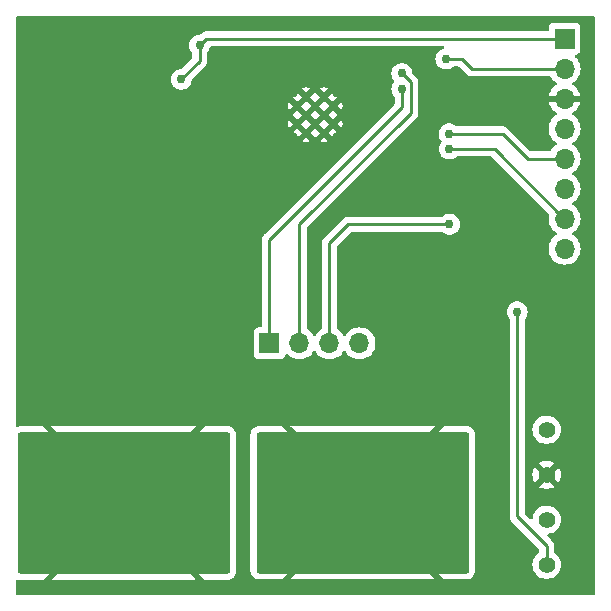
<source format=gbl>
%TF.GenerationSoftware,KiCad,Pcbnew,8.0.0*%
%TF.CreationDate,2024-12-15T14:54:56+05:30*%
%TF.ProjectId,RFID_1,52464944-5f31-42e6-9b69-6361645f7063,rev?*%
%TF.SameCoordinates,Original*%
%TF.FileFunction,Copper,L2,Bot*%
%TF.FilePolarity,Positive*%
%FSLAX46Y46*%
G04 Gerber Fmt 4.6, Leading zero omitted, Abs format (unit mm)*
G04 Created by KiCad (PCBNEW 8.0.0) date 2024-12-15 14:54:56*
%MOMM*%
%LPD*%
G01*
G04 APERTURE LIST*
G04 Aperture macros list*
%AMRoundRect*
0 Rectangle with rounded corners*
0 $1 Rounding radius*
0 $2 $3 $4 $5 $6 $7 $8 $9 X,Y pos of 4 corners*
0 Add a 4 corners polygon primitive as box body*
4,1,4,$2,$3,$4,$5,$6,$7,$8,$9,$2,$3,0*
0 Add four circle primitives for the rounded corners*
1,1,$1+$1,$2,$3*
1,1,$1+$1,$4,$5*
1,1,$1+$1,$6,$7*
1,1,$1+$1,$8,$9*
0 Add four rect primitives between the rounded corners*
20,1,$1+$1,$2,$3,$4,$5,0*
20,1,$1+$1,$4,$5,$6,$7,0*
20,1,$1+$1,$6,$7,$8,$9,0*
20,1,$1+$1,$8,$9,$2,$3,0*%
G04 Aperture macros list end*
%TA.AperFunction,SMDPad,CuDef*%
%ADD10RoundRect,0.250000X8.750000X-5.750000X8.750000X5.750000X-8.750000X5.750000X-8.750000X-5.750000X0*%
%TD*%
%TA.AperFunction,ComponentPad*%
%ADD11C,1.397000*%
%TD*%
%TA.AperFunction,ComponentPad*%
%ADD12R,1.700000X1.700000*%
%TD*%
%TA.AperFunction,ComponentPad*%
%ADD13O,1.700000X1.700000*%
%TD*%
%TA.AperFunction,HeatsinkPad*%
%ADD14C,0.600000*%
%TD*%
%TA.AperFunction,ViaPad*%
%ADD15C,0.762000*%
%TD*%
%TA.AperFunction,Conductor*%
%ADD16C,0.254000*%
%TD*%
G04 APERTURE END LIST*
D10*
%TO.P,J4,1,Pin_1*%
%TO.N,GND*%
X156850000Y-118675000D03*
%TD*%
%TO.P,J5,1,Pin_1*%
%TO.N,GND*%
X136625000Y-118725000D03*
%TD*%
D11*
%TO.P,J3,4,Pin_4*%
%TO.N,Net-(J3-Pin_4)*%
X172421000Y-123944900D03*
%TO.P,J3,3,Pin_3*%
%TO.N,/12V*%
X172421000Y-120134900D03*
%TO.P,J3,2,Pin_2*%
%TO.N,GND*%
X172421000Y-116324900D03*
%TO.P,J3,1,Pin_1*%
%TO.N,/5V*%
X172421000Y-112514900D03*
%TD*%
D12*
%TO.P,J1,1,Pin_1*%
%TO.N,Net-(J1-Pin_1)*%
X148955600Y-105196800D03*
D13*
%TO.P,J1,2,Pin_2*%
%TO.N,Net-(J1-Pin_2)*%
X151495600Y-105196800D03*
%TO.P,J1,3,Pin_3*%
%TO.N,/BOOT*%
X154035600Y-105196800D03*
%TO.P,J1,4,Pin_4*%
%TO.N,/EN*%
X156575600Y-105196800D03*
%TD*%
D14*
%TO.P,U1,39,GND*%
%TO.N,GND*%
X151300200Y-85088900D03*
X151300200Y-86613900D03*
X152062700Y-84326400D03*
X152062700Y-85851400D03*
X152062700Y-87376400D03*
X152825200Y-85088900D03*
X152825200Y-86613900D03*
X153587700Y-84326400D03*
X153587700Y-85851400D03*
X153587700Y-87376400D03*
X154350200Y-85088900D03*
X154350200Y-86613900D03*
%TD*%
D12*
%TO.P,J2,1,Pin_1*%
%TO.N,VDD*%
X173939200Y-79400400D03*
D13*
%TO.P,J2,2,Pin_2*%
%TO.N,/RST*%
X173939200Y-81940400D03*
%TO.P,J2,3,Pin_3*%
%TO.N,GND*%
X173939200Y-84480400D03*
%TO.P,J2,4,Pin_4*%
%TO.N,/NC*%
X173939200Y-87020400D03*
%TO.P,J2,5,Pin_5*%
%TO.N,/MISO*%
X173939200Y-89560400D03*
%TO.P,J2,6,Pin_6*%
%TO.N,/MOSI*%
X173939200Y-92100400D03*
%TO.P,J2,7,Pin_7*%
%TO.N,/SCK*%
X173939200Y-94640400D03*
%TO.P,J2,8,Pin_8*%
%TO.N,/SDA*%
X173939200Y-97180400D03*
%TD*%
D15*
%TO.N,GND*%
X141900000Y-126075000D03*
X133930000Y-117220000D03*
X135200000Y-115950000D03*
X135200000Y-121030000D03*
X152115000Y-118440000D03*
X155925000Y-117170000D03*
X133930000Y-119760000D03*
X153385000Y-114630000D03*
X131390000Y-115950000D03*
X133930000Y-115950000D03*
X135200000Y-114680000D03*
X132660000Y-115950000D03*
X163830000Y-107950000D03*
X163500000Y-78450000D03*
X153385000Y-117170000D03*
X155925000Y-118440000D03*
X154655000Y-115900000D03*
X130120000Y-119760000D03*
X131390000Y-114680000D03*
X130120000Y-114680000D03*
X150845000Y-122250000D03*
X150845000Y-120980000D03*
X150845000Y-115900000D03*
X154655000Y-117170000D03*
X155925000Y-114630000D03*
X155925000Y-119710000D03*
X132660000Y-114680000D03*
X130120000Y-115950000D03*
X153385000Y-118440000D03*
X154655000Y-120980000D03*
X153385000Y-120980000D03*
X154655000Y-114630000D03*
X132660000Y-121030000D03*
X135200000Y-118490000D03*
X154655000Y-118440000D03*
X154655000Y-122250000D03*
X131390000Y-119760000D03*
X128850000Y-119760000D03*
X135200000Y-119760000D03*
X152115000Y-122250000D03*
X128850000Y-114680000D03*
X133930000Y-122300000D03*
X128850000Y-118490000D03*
X128850000Y-122300000D03*
X150845000Y-119710000D03*
X155925000Y-120980000D03*
X128850000Y-121030000D03*
X166370000Y-107950000D03*
X150845000Y-114630000D03*
X135200000Y-122300000D03*
X133930000Y-118490000D03*
X155925000Y-122250000D03*
X128850000Y-117220000D03*
X130120000Y-118490000D03*
X152115000Y-120980000D03*
X143075000Y-78600000D03*
X150845000Y-117170000D03*
X152115000Y-119710000D03*
X133930000Y-121030000D03*
X149575000Y-119710000D03*
X133930000Y-114680000D03*
X149575000Y-122250000D03*
X132660000Y-117220000D03*
X131390000Y-121030000D03*
X132660000Y-122300000D03*
X150845000Y-118440000D03*
X154655000Y-119710000D03*
X130120000Y-122300000D03*
X149575000Y-114630000D03*
X130120000Y-121030000D03*
X149575000Y-120980000D03*
X135200000Y-117220000D03*
X153385000Y-122250000D03*
X171450000Y-84575000D03*
X149575000Y-118440000D03*
X149575000Y-115900000D03*
X152115000Y-117170000D03*
X155925000Y-115900000D03*
X131390000Y-118490000D03*
X153385000Y-115900000D03*
X153385000Y-119710000D03*
X128850000Y-115950000D03*
X132660000Y-118490000D03*
X130120000Y-117220000D03*
X149575000Y-117170000D03*
X152115000Y-115900000D03*
X132660000Y-119760000D03*
X131390000Y-122300000D03*
X131390000Y-117220000D03*
X152115000Y-114630000D03*
%TO.N,VDD*%
X143052800Y-79959200D03*
X141478000Y-82854800D03*
%TO.N,Net-(J1-Pin_2)*%
X160172400Y-82346800D03*
%TO.N,Net-(J1-Pin_1)*%
X160172400Y-83667600D03*
%TO.N,/BOOT*%
X164185600Y-95123000D03*
%TO.N,/SCK*%
X164185600Y-88747600D03*
%TO.N,/MISO*%
X164160200Y-87452200D03*
%TO.N,/RST*%
X163900000Y-81125000D03*
%TO.N,Net-(J3-Pin_4)*%
X169925000Y-102525000D03*
%TD*%
D16*
%TO.N,Net-(J3-Pin_4)*%
X169925000Y-119850000D02*
X172421000Y-122346000D01*
X172421000Y-122346000D02*
X172421000Y-123944900D01*
X169925000Y-102525000D02*
X169925000Y-119850000D01*
%TO.N,GND*%
X171544600Y-84480400D02*
X171450000Y-84575000D01*
X162175000Y-108425000D02*
X161800000Y-108050000D01*
X173939200Y-84480400D02*
X171544600Y-84480400D01*
%TO.N,VDD*%
X173939200Y-79400400D02*
X143611600Y-79400400D01*
X143611600Y-79400400D02*
X143052800Y-79959200D01*
X143052800Y-79959200D02*
X143052800Y-81280000D01*
X143052800Y-81280000D02*
X141478000Y-82854800D01*
%TO.N,Net-(J1-Pin_2)*%
X160934400Y-85665600D02*
X151495600Y-95104400D01*
X160934400Y-83108800D02*
X160934400Y-85665600D01*
X151495600Y-95104400D02*
X151495600Y-105196800D01*
X160172400Y-82346800D02*
X160934400Y-83108800D01*
%TO.N,Net-(J1-Pin_1)*%
X160172400Y-83667600D02*
X160172400Y-85202600D01*
X160172400Y-85202600D02*
X148955600Y-96419400D01*
X148955600Y-96419400D02*
X148955600Y-105196800D01*
%TO.N,/BOOT*%
X164185600Y-95123000D02*
X155602000Y-95123000D01*
X154035600Y-96689400D02*
X154035600Y-105196800D01*
X155602000Y-95123000D02*
X154035600Y-96689400D01*
%TO.N,/SCK*%
X168022600Y-88747600D02*
X173915400Y-94640400D01*
X173915400Y-94640400D02*
X173939200Y-94640400D01*
X164185600Y-88747600D02*
X168022600Y-88747600D01*
%TO.N,/MISO*%
X168702200Y-87452200D02*
X170810400Y-89560400D01*
X164160200Y-87452200D02*
X168702200Y-87452200D01*
X170810400Y-89560400D02*
X173939200Y-89560400D01*
%TO.N,/RST*%
X163900000Y-81125000D02*
X165250000Y-81125000D01*
X166065400Y-81940400D02*
X173939200Y-81940400D01*
X165250000Y-81125000D02*
X166065400Y-81940400D01*
%TD*%
%TA.AperFunction,Conductor*%
%TO.N,GND*%
G36*
X176442439Y-77520285D02*
G01*
X176488194Y-77573089D01*
X176499400Y-77624600D01*
X176499400Y-126375500D01*
X176479715Y-126442539D01*
X176426911Y-126488294D01*
X176375400Y-126499500D01*
X127624500Y-126499500D01*
X127557461Y-126479815D01*
X127511706Y-126427011D01*
X127500500Y-126375500D01*
X127500500Y-125312727D01*
X127520185Y-125245688D01*
X127572989Y-125199933D01*
X127642147Y-125189989D01*
X127663504Y-125195021D01*
X127722302Y-125214505D01*
X127722309Y-125214506D01*
X127825019Y-125224999D01*
X129771446Y-125224999D01*
X129771447Y-125224998D01*
X130478552Y-125224998D01*
X130478553Y-125224999D01*
X142771446Y-125224999D01*
X142771446Y-125224998D01*
X136625000Y-119078553D01*
X130478552Y-125224998D01*
X129771447Y-125224998D01*
X136271445Y-118725000D01*
X136978553Y-118725000D01*
X143478552Y-125224999D01*
X145424972Y-125224999D01*
X145424986Y-125224998D01*
X145527697Y-125214505D01*
X145694119Y-125159358D01*
X145694124Y-125159356D01*
X145843345Y-125067315D01*
X145967315Y-124943345D01*
X146059356Y-124794124D01*
X146059358Y-124794119D01*
X146114505Y-124627697D01*
X146114506Y-124627690D01*
X146124999Y-124524986D01*
X146124999Y-124474971D01*
X147350000Y-124474971D01*
X147350001Y-124474987D01*
X147360494Y-124577697D01*
X147415641Y-124744119D01*
X147415643Y-124744124D01*
X147507684Y-124893345D01*
X147631654Y-125017315D01*
X147780875Y-125109356D01*
X147780880Y-125109358D01*
X147947302Y-125164505D01*
X147947309Y-125164506D01*
X148050019Y-125174999D01*
X149996446Y-125174999D01*
X149996447Y-125174998D01*
X150703552Y-125174998D01*
X150703553Y-125174999D01*
X162996446Y-125174999D01*
X162996446Y-125174998D01*
X156850000Y-119028553D01*
X150703552Y-125174998D01*
X149996447Y-125174998D01*
X156496447Y-118675000D01*
X157203553Y-118675000D01*
X163703552Y-125174999D01*
X165649972Y-125174999D01*
X165649986Y-125174998D01*
X165752697Y-125164505D01*
X165919119Y-125109358D01*
X165919124Y-125109356D01*
X166068345Y-125017315D01*
X166192315Y-124893345D01*
X166284356Y-124744124D01*
X166284358Y-124744119D01*
X166339505Y-124577697D01*
X166339506Y-124577690D01*
X166349999Y-124474986D01*
X166349999Y-112875028D01*
X166349998Y-112875012D01*
X166339505Y-112772302D01*
X166284358Y-112605880D01*
X166284356Y-112605875D01*
X166192315Y-112456654D01*
X166068345Y-112332684D01*
X165919124Y-112240643D01*
X165919119Y-112240641D01*
X165752697Y-112185494D01*
X165752690Y-112185493D01*
X165649986Y-112175000D01*
X163703551Y-112175000D01*
X157203553Y-118674999D01*
X157203553Y-118675000D01*
X156496447Y-118675000D01*
X149996447Y-112175000D01*
X150703552Y-112175000D01*
X156849999Y-118321447D01*
X162996446Y-112175000D01*
X150703552Y-112175000D01*
X149996447Y-112175000D01*
X148050028Y-112175000D01*
X148050012Y-112175001D01*
X147947302Y-112185494D01*
X147780880Y-112240641D01*
X147780875Y-112240643D01*
X147631654Y-112332684D01*
X147507684Y-112456654D01*
X147415643Y-112605875D01*
X147415641Y-112605880D01*
X147360494Y-112772302D01*
X147360493Y-112772309D01*
X147350000Y-112875013D01*
X147350000Y-124474971D01*
X146124999Y-124474971D01*
X146124999Y-112925028D01*
X146124998Y-112925012D01*
X146114505Y-112822302D01*
X146059358Y-112655880D01*
X146059356Y-112655875D01*
X145967315Y-112506654D01*
X145843345Y-112382684D01*
X145694124Y-112290643D01*
X145694119Y-112290641D01*
X145527697Y-112235494D01*
X145527690Y-112235493D01*
X145424986Y-112225000D01*
X143478551Y-112225000D01*
X136978553Y-118724999D01*
X136978553Y-118725000D01*
X136271445Y-118725000D01*
X136271446Y-118724999D01*
X129771447Y-112225000D01*
X130478552Y-112225000D01*
X136624999Y-118371447D01*
X142771446Y-112225000D01*
X130478552Y-112225000D01*
X129771447Y-112225000D01*
X127825028Y-112225000D01*
X127825012Y-112225001D01*
X127722302Y-112235494D01*
X127663504Y-112254978D01*
X127593675Y-112257380D01*
X127533634Y-112221648D01*
X127502441Y-112159127D01*
X127500500Y-112137272D01*
X127500500Y-106094670D01*
X147605100Y-106094670D01*
X147605101Y-106094676D01*
X147611508Y-106154283D01*
X147661802Y-106289128D01*
X147661806Y-106289135D01*
X147748052Y-106404344D01*
X147748055Y-106404347D01*
X147863264Y-106490593D01*
X147863271Y-106490597D01*
X147998117Y-106540891D01*
X147998116Y-106540891D01*
X148005044Y-106541635D01*
X148057727Y-106547300D01*
X149853472Y-106547299D01*
X149913083Y-106540891D01*
X150047931Y-106490596D01*
X150163146Y-106404346D01*
X150249396Y-106289131D01*
X150298410Y-106157716D01*
X150340281Y-106101784D01*
X150405745Y-106077366D01*
X150474018Y-106092217D01*
X150502273Y-106113369D01*
X150624199Y-106235295D01*
X150720984Y-106303065D01*
X150817765Y-106370832D01*
X150817767Y-106370833D01*
X150817770Y-106370835D01*
X151031937Y-106470703D01*
X151260192Y-106531863D01*
X151436634Y-106547300D01*
X151495599Y-106552459D01*
X151495600Y-106552459D01*
X151495601Y-106552459D01*
X151554566Y-106547300D01*
X151731008Y-106531863D01*
X151959263Y-106470703D01*
X152173430Y-106370835D01*
X152367001Y-106235295D01*
X152534095Y-106068201D01*
X152664025Y-105882642D01*
X152718602Y-105839017D01*
X152788100Y-105831823D01*
X152850455Y-105863346D01*
X152867175Y-105882642D01*
X152997100Y-106068195D01*
X152997105Y-106068201D01*
X153164199Y-106235295D01*
X153260984Y-106303065D01*
X153357765Y-106370832D01*
X153357767Y-106370833D01*
X153357770Y-106370835D01*
X153571937Y-106470703D01*
X153800192Y-106531863D01*
X153976634Y-106547300D01*
X154035599Y-106552459D01*
X154035600Y-106552459D01*
X154035601Y-106552459D01*
X154094566Y-106547300D01*
X154271008Y-106531863D01*
X154499263Y-106470703D01*
X154713430Y-106370835D01*
X154907001Y-106235295D01*
X155074095Y-106068201D01*
X155204025Y-105882642D01*
X155258602Y-105839017D01*
X155328100Y-105831823D01*
X155390455Y-105863346D01*
X155407175Y-105882642D01*
X155537100Y-106068195D01*
X155537105Y-106068201D01*
X155704199Y-106235295D01*
X155800984Y-106303065D01*
X155897765Y-106370832D01*
X155897767Y-106370833D01*
X155897770Y-106370835D01*
X156111937Y-106470703D01*
X156340192Y-106531863D01*
X156516634Y-106547300D01*
X156575599Y-106552459D01*
X156575600Y-106552459D01*
X156575601Y-106552459D01*
X156634566Y-106547300D01*
X156811008Y-106531863D01*
X157039263Y-106470703D01*
X157253430Y-106370835D01*
X157447001Y-106235295D01*
X157614095Y-106068201D01*
X157749635Y-105874630D01*
X157849503Y-105660463D01*
X157910663Y-105432208D01*
X157931259Y-105196800D01*
X157910663Y-104961392D01*
X157849503Y-104733137D01*
X157749635Y-104518971D01*
X157744025Y-104510958D01*
X157614094Y-104325397D01*
X157447002Y-104158306D01*
X157446995Y-104158301D01*
X157253434Y-104022767D01*
X157253430Y-104022765D01*
X157253428Y-104022764D01*
X157039263Y-103922897D01*
X157039259Y-103922896D01*
X157039255Y-103922894D01*
X156811013Y-103861738D01*
X156811003Y-103861736D01*
X156575601Y-103841141D01*
X156575599Y-103841141D01*
X156340196Y-103861736D01*
X156340186Y-103861738D01*
X156111944Y-103922894D01*
X156111935Y-103922898D01*
X155897771Y-104022764D01*
X155897769Y-104022765D01*
X155704197Y-104158305D01*
X155537105Y-104325397D01*
X155407175Y-104510958D01*
X155352598Y-104554583D01*
X155283100Y-104561777D01*
X155220745Y-104530254D01*
X155204025Y-104510958D01*
X155074094Y-104325397D01*
X154907002Y-104158306D01*
X154907001Y-104158305D01*
X154715976Y-104024548D01*
X154672352Y-103969971D01*
X154663100Y-103922973D01*
X154663100Y-102525000D01*
X169038644Y-102525000D01*
X169058013Y-102709286D01*
X169058014Y-102709288D01*
X169115274Y-102885514D01*
X169207921Y-103045985D01*
X169265650Y-103110099D01*
X169295880Y-103173090D01*
X169297500Y-103193071D01*
X169297500Y-119911807D01*
X169321612Y-120033027D01*
X169321614Y-120033035D01*
X169355062Y-120113785D01*
X169368915Y-120147229D01*
X169368920Y-120147239D01*
X169437588Y-120250007D01*
X169437591Y-120250011D01*
X171757181Y-122569600D01*
X171790666Y-122630923D01*
X171793500Y-122657281D01*
X171793500Y-122854135D01*
X171773815Y-122921174D01*
X171734778Y-122959562D01*
X171695343Y-122983979D01*
X171531133Y-123133675D01*
X171397222Y-123311003D01*
X171298180Y-123509905D01*
X171298174Y-123509920D01*
X171237366Y-123723638D01*
X171237365Y-123723640D01*
X171216863Y-123944899D01*
X171216863Y-123944900D01*
X171237365Y-124166159D01*
X171237366Y-124166161D01*
X171298174Y-124379879D01*
X171298180Y-124379894D01*
X171397222Y-124578796D01*
X171531133Y-124756124D01*
X171695344Y-124905821D01*
X171695346Y-124905823D01*
X171884266Y-125022797D01*
X171884272Y-125022800D01*
X171913206Y-125034009D01*
X172091472Y-125103070D01*
X172309896Y-125143900D01*
X172309899Y-125143900D01*
X172532101Y-125143900D01*
X172532104Y-125143900D01*
X172750528Y-125103070D01*
X172957730Y-125022799D01*
X173146655Y-124905822D01*
X173310868Y-124756122D01*
X173444778Y-124578796D01*
X173543824Y-124379884D01*
X173604634Y-124166160D01*
X173625137Y-123944900D01*
X173604634Y-123723640D01*
X173543824Y-123509916D01*
X173444778Y-123311004D01*
X173310868Y-123133678D01*
X173310866Y-123133675D01*
X173146656Y-122983979D01*
X173146655Y-122983978D01*
X173107222Y-122959562D01*
X173060587Y-122907534D01*
X173048500Y-122854135D01*
X173048500Y-122284194D01*
X173024386Y-122162970D01*
X173024385Y-122162969D01*
X173024385Y-122162965D01*
X173024383Y-122162960D01*
X172977086Y-122048773D01*
X172977079Y-122048760D01*
X172908412Y-121945993D01*
X172908411Y-121945992D01*
X172821008Y-121858589D01*
X172499796Y-121537377D01*
X172466311Y-121476054D01*
X172471295Y-121406362D01*
X172513167Y-121350429D01*
X172564688Y-121327808D01*
X172750528Y-121293070D01*
X172957730Y-121212799D01*
X173146655Y-121095822D01*
X173310868Y-120946122D01*
X173444778Y-120768796D01*
X173543824Y-120569884D01*
X173604634Y-120356160D01*
X173625137Y-120134900D01*
X173610902Y-119981287D01*
X173604634Y-119913640D01*
X173604633Y-119913638D01*
X173543825Y-119699920D01*
X173543824Y-119699916D01*
X173444778Y-119501004D01*
X173310868Y-119323678D01*
X173310866Y-119323675D01*
X173146655Y-119173978D01*
X173146653Y-119173976D01*
X172957733Y-119057002D01*
X172957727Y-119056999D01*
X172850080Y-119015297D01*
X172750528Y-118976730D01*
X172532104Y-118935900D01*
X172309896Y-118935900D01*
X172091472Y-118976730D01*
X172041695Y-118996013D01*
X171884272Y-119056999D01*
X171884266Y-119057002D01*
X171695346Y-119173976D01*
X171695344Y-119173978D01*
X171531133Y-119323675D01*
X171397222Y-119501003D01*
X171298180Y-119699905D01*
X171298174Y-119699920D01*
X171237366Y-119913638D01*
X171237365Y-119913640D01*
X171231097Y-119981287D01*
X171205310Y-120046224D01*
X171148509Y-120086911D01*
X171078728Y-120090431D01*
X171019945Y-120057526D01*
X170588819Y-119626400D01*
X170555334Y-119565077D01*
X170552500Y-119538719D01*
X170552500Y-116324900D01*
X171217366Y-116324900D01*
X171237859Y-116546066D01*
X171237860Y-116546068D01*
X171298643Y-116759698D01*
X171298649Y-116759713D01*
X171397652Y-116958536D01*
X171413208Y-116979136D01*
X171983352Y-116408993D01*
X172006792Y-116496471D01*
X172065311Y-116597830D01*
X172148070Y-116680589D01*
X172249429Y-116739108D01*
X172336905Y-116762547D01*
X171768761Y-117330690D01*
X171768762Y-117330691D01*
X171884490Y-117402347D01*
X171884496Y-117402350D01*
X172091607Y-117482584D01*
X172309945Y-117523400D01*
X172532055Y-117523400D01*
X172750392Y-117482584D01*
X172957505Y-117402349D01*
X172957506Y-117402348D01*
X173073237Y-117330690D01*
X172505095Y-116762547D01*
X172592571Y-116739108D01*
X172693930Y-116680589D01*
X172776689Y-116597830D01*
X172835208Y-116496471D01*
X172858647Y-116408994D01*
X173428790Y-116979136D01*
X173444348Y-116958534D01*
X173444353Y-116958526D01*
X173543350Y-116759713D01*
X173543356Y-116759698D01*
X173604139Y-116546068D01*
X173604140Y-116546066D01*
X173624634Y-116324900D01*
X173624634Y-116324899D01*
X173604140Y-116103733D01*
X173604139Y-116103731D01*
X173543356Y-115890101D01*
X173543350Y-115890086D01*
X173444353Y-115691274D01*
X173444348Y-115691267D01*
X173428789Y-115670662D01*
X172858647Y-116240804D01*
X172835208Y-116153329D01*
X172776689Y-116051970D01*
X172693930Y-115969211D01*
X172592571Y-115910692D01*
X172505094Y-115887252D01*
X173073237Y-115319108D01*
X173073236Y-115319107D01*
X172957509Y-115247452D01*
X172957503Y-115247449D01*
X172750392Y-115167215D01*
X172532055Y-115126400D01*
X172309945Y-115126400D01*
X172091607Y-115167215D01*
X171884495Y-115247450D01*
X171768761Y-115319108D01*
X172336906Y-115887252D01*
X172249429Y-115910692D01*
X172148070Y-115969211D01*
X172065311Y-116051970D01*
X172006792Y-116153329D01*
X171983352Y-116240805D01*
X171413209Y-115670662D01*
X171397651Y-115691265D01*
X171298649Y-115890086D01*
X171298643Y-115890101D01*
X171237860Y-116103731D01*
X171237859Y-116103733D01*
X171217366Y-116324899D01*
X171217366Y-116324900D01*
X170552500Y-116324900D01*
X170552500Y-112514900D01*
X171216863Y-112514900D01*
X171237365Y-112736159D01*
X171237366Y-112736161D01*
X171298174Y-112949879D01*
X171298180Y-112949894D01*
X171397222Y-113148796D01*
X171531133Y-113326124D01*
X171695344Y-113475821D01*
X171695346Y-113475823D01*
X171884266Y-113592797D01*
X171884272Y-113592800D01*
X171913206Y-113604009D01*
X172091472Y-113673070D01*
X172309896Y-113713900D01*
X172309899Y-113713900D01*
X172532101Y-113713900D01*
X172532104Y-113713900D01*
X172750528Y-113673070D01*
X172957730Y-113592799D01*
X173146655Y-113475822D01*
X173310868Y-113326122D01*
X173444778Y-113148796D01*
X173543824Y-112949884D01*
X173604634Y-112736160D01*
X173625137Y-112514900D01*
X173604634Y-112293640D01*
X173543824Y-112079916D01*
X173444778Y-111881004D01*
X173310868Y-111703678D01*
X173310866Y-111703675D01*
X173146655Y-111553978D01*
X173146653Y-111553976D01*
X172957733Y-111437002D01*
X172957727Y-111436999D01*
X172850080Y-111395297D01*
X172750528Y-111356730D01*
X172532104Y-111315900D01*
X172309896Y-111315900D01*
X172091472Y-111356730D01*
X172041695Y-111376013D01*
X171884272Y-111436999D01*
X171884266Y-111437002D01*
X171695346Y-111553976D01*
X171695344Y-111553978D01*
X171531133Y-111703675D01*
X171397222Y-111881003D01*
X171298180Y-112079905D01*
X171298174Y-112079920D01*
X171237366Y-112293638D01*
X171237365Y-112293640D01*
X171216863Y-112514899D01*
X171216863Y-112514900D01*
X170552500Y-112514900D01*
X170552500Y-103193071D01*
X170572185Y-103126032D01*
X170584350Y-103110099D01*
X170642077Y-103045987D01*
X170734726Y-102885513D01*
X170791987Y-102709284D01*
X170811356Y-102525000D01*
X170791987Y-102340716D01*
X170734726Y-102164487D01*
X170642077Y-102004013D01*
X170593514Y-101950078D01*
X170518093Y-101866313D01*
X170518090Y-101866311D01*
X170518089Y-101866310D01*
X170518088Y-101866309D01*
X170368178Y-101757393D01*
X170368177Y-101757392D01*
X170198904Y-101682026D01*
X170198896Y-101682024D01*
X170017649Y-101643500D01*
X169832351Y-101643500D01*
X169651103Y-101682024D01*
X169651095Y-101682026D01*
X169481822Y-101757392D01*
X169331909Y-101866311D01*
X169331906Y-101866313D01*
X169207922Y-102004014D01*
X169115274Y-102164485D01*
X169058014Y-102340711D01*
X169058013Y-102340713D01*
X169038644Y-102525000D01*
X154663100Y-102525000D01*
X154663100Y-97000681D01*
X154682785Y-96933642D01*
X154699419Y-96913000D01*
X155825600Y-95786819D01*
X155886923Y-95753334D01*
X155913281Y-95750500D01*
X163510272Y-95750500D01*
X163577311Y-95770185D01*
X163589783Y-95779708D01*
X163742422Y-95890607D01*
X163911695Y-95965973D01*
X163911698Y-95965973D01*
X163911701Y-95965975D01*
X164092951Y-96004500D01*
X164278249Y-96004500D01*
X164459499Y-95965975D01*
X164459502Y-95965973D01*
X164459504Y-95965973D01*
X164516522Y-95940586D01*
X164628778Y-95890607D01*
X164778688Y-95781691D01*
X164780474Y-95779708D01*
X164806772Y-95750500D01*
X164902677Y-95643987D01*
X164995326Y-95483513D01*
X165052587Y-95307284D01*
X165071956Y-95123000D01*
X165052587Y-94938716D01*
X164995326Y-94762487D01*
X164902677Y-94602013D01*
X164828484Y-94519613D01*
X164778693Y-94464313D01*
X164778690Y-94464311D01*
X164778689Y-94464310D01*
X164778688Y-94464309D01*
X164628778Y-94355393D01*
X164628777Y-94355392D01*
X164459504Y-94280026D01*
X164459496Y-94280024D01*
X164278249Y-94241500D01*
X164092951Y-94241500D01*
X163911703Y-94280024D01*
X163911695Y-94280026D01*
X163742422Y-94355392D01*
X163674149Y-94404996D01*
X163592512Y-94464309D01*
X163592510Y-94464310D01*
X163587255Y-94468129D01*
X163586390Y-94466938D01*
X163530253Y-94493880D01*
X163510272Y-94495500D01*
X155540195Y-94495500D01*
X155418970Y-94519613D01*
X155418960Y-94519616D01*
X155304773Y-94566913D01*
X155304761Y-94566920D01*
X155229829Y-94616989D01*
X155229828Y-94616990D01*
X155201989Y-94635590D01*
X155201988Y-94635591D01*
X154023146Y-95814435D01*
X153635592Y-96201989D01*
X153601219Y-96236362D01*
X153548186Y-96289394D01*
X153548185Y-96289396D01*
X153478833Y-96393189D01*
X153477186Y-96397793D01*
X153432214Y-96506364D01*
X153432214Y-96506365D01*
X153413105Y-96602435D01*
X153413105Y-96602437D01*
X153408100Y-96627596D01*
X153408100Y-103922973D01*
X153388415Y-103990012D01*
X153355224Y-104024548D01*
X153164194Y-104158308D01*
X152997105Y-104325397D01*
X152867175Y-104510958D01*
X152812598Y-104554583D01*
X152743100Y-104561777D01*
X152680745Y-104530254D01*
X152664025Y-104510958D01*
X152534094Y-104325397D01*
X152367002Y-104158306D01*
X152367001Y-104158305D01*
X152175976Y-104024548D01*
X152132352Y-103969971D01*
X152123100Y-103922973D01*
X152123100Y-95415681D01*
X152142785Y-95348642D01*
X152159419Y-95328000D01*
X161421809Y-86065610D01*
X161421811Y-86065608D01*
X161452352Y-86019900D01*
X161490483Y-85962833D01*
X161504337Y-85929384D01*
X161537786Y-85848635D01*
X161561900Y-85727403D01*
X161561900Y-85603797D01*
X161561900Y-83046997D01*
X161553644Y-83005491D01*
X161537786Y-82925766D01*
X161508391Y-82854800D01*
X161490483Y-82811567D01*
X161490481Y-82811564D01*
X161490479Y-82811560D01*
X161421812Y-82708793D01*
X161383530Y-82670511D01*
X161334408Y-82621389D01*
X161089680Y-82376661D01*
X161056195Y-82315338D01*
X161054042Y-82301959D01*
X161039387Y-82162516D01*
X160982126Y-81986287D01*
X160971552Y-81967973D01*
X160928040Y-81892607D01*
X160889477Y-81825813D01*
X160840914Y-81771878D01*
X160765493Y-81688113D01*
X160765490Y-81688111D01*
X160765489Y-81688110D01*
X160765488Y-81688109D01*
X160615578Y-81579193D01*
X160615577Y-81579192D01*
X160446304Y-81503826D01*
X160446296Y-81503824D01*
X160265049Y-81465300D01*
X160079751Y-81465300D01*
X159898503Y-81503824D01*
X159898495Y-81503826D01*
X159729222Y-81579192D01*
X159579309Y-81688111D01*
X159579306Y-81688113D01*
X159455322Y-81825814D01*
X159362674Y-81986285D01*
X159305414Y-82162511D01*
X159305413Y-82162513D01*
X159286044Y-82346800D01*
X159305413Y-82531086D01*
X159305414Y-82531088D01*
X159362674Y-82707314D01*
X159436418Y-82835042D01*
X159455323Y-82867787D01*
X159506143Y-82924228D01*
X159536372Y-82987220D01*
X159527746Y-83056555D01*
X159506143Y-83090170D01*
X159455323Y-83146613D01*
X159455321Y-83146614D01*
X159455320Y-83146617D01*
X159362674Y-83307085D01*
X159305414Y-83483311D01*
X159305413Y-83483313D01*
X159286044Y-83667600D01*
X159305413Y-83851886D01*
X159305414Y-83851888D01*
X159362674Y-84028114D01*
X159455321Y-84188585D01*
X159513050Y-84252699D01*
X159543280Y-84315690D01*
X159544900Y-84335671D01*
X159544900Y-84891319D01*
X159525215Y-84958358D01*
X159508581Y-84979000D01*
X148555592Y-95931989D01*
X148530183Y-95957398D01*
X148468186Y-96019394D01*
X148468185Y-96019396D01*
X148398833Y-96123189D01*
X148397186Y-96127793D01*
X148352215Y-96236362D01*
X148352212Y-96236372D01*
X148337766Y-96309000D01*
X148337766Y-96309001D01*
X148328100Y-96357594D01*
X148328100Y-103722300D01*
X148308415Y-103789339D01*
X148255611Y-103835094D01*
X148204101Y-103846300D01*
X148057730Y-103846300D01*
X148057723Y-103846301D01*
X147998116Y-103852708D01*
X147863271Y-103903002D01*
X147863264Y-103903006D01*
X147748055Y-103989252D01*
X147748052Y-103989255D01*
X147661806Y-104104464D01*
X147661802Y-104104471D01*
X147611508Y-104239317D01*
X147605101Y-104298916D01*
X147605100Y-104298935D01*
X147605100Y-106094670D01*
X127500500Y-106094670D01*
X127500500Y-88093061D01*
X151699592Y-88093061D01*
X151713392Y-88101733D01*
X151713391Y-88101733D01*
X151883561Y-88161278D01*
X152062697Y-88181462D01*
X152062703Y-88181462D01*
X152241838Y-88161278D01*
X152241841Y-88161277D01*
X152412005Y-88101734D01*
X152412006Y-88101734D01*
X152425806Y-88093061D01*
X153224592Y-88093061D01*
X153238392Y-88101733D01*
X153238391Y-88101733D01*
X153408561Y-88161278D01*
X153587697Y-88181462D01*
X153587703Y-88181462D01*
X153766838Y-88161278D01*
X153766841Y-88161277D01*
X153937005Y-88101734D01*
X153937006Y-88101734D01*
X153950806Y-88093061D01*
X153950806Y-88093060D01*
X153587701Y-87729953D01*
X153587700Y-87729953D01*
X153224592Y-88093060D01*
X153224592Y-88093061D01*
X152425806Y-88093061D01*
X152425806Y-88093060D01*
X152062701Y-87729953D01*
X152062700Y-87729953D01*
X151699592Y-88093060D01*
X151699592Y-88093061D01*
X127500500Y-88093061D01*
X127500500Y-87330561D01*
X150937092Y-87330561D01*
X150950892Y-87339233D01*
X150950891Y-87339233D01*
X151121061Y-87398778D01*
X151163682Y-87403580D01*
X151228096Y-87430646D01*
X151267651Y-87488240D01*
X151273019Y-87512915D01*
X151277821Y-87555538D01*
X151337365Y-87725704D01*
X151346038Y-87739507D01*
X151689255Y-87396291D01*
X151962700Y-87396291D01*
X151977924Y-87433045D01*
X152006055Y-87461176D01*
X152042809Y-87476400D01*
X152082591Y-87476400D01*
X152119345Y-87461176D01*
X152147476Y-87433045D01*
X152162700Y-87396291D01*
X152162700Y-87376400D01*
X152416253Y-87376400D01*
X152779360Y-87739506D01*
X152811322Y-87735906D01*
X152839085Y-87735907D01*
X152871038Y-87739507D01*
X153214255Y-87396291D01*
X153487700Y-87396291D01*
X153502924Y-87433045D01*
X153531055Y-87461176D01*
X153567809Y-87476400D01*
X153607591Y-87476400D01*
X153644345Y-87461176D01*
X153672476Y-87433045D01*
X153687700Y-87396291D01*
X153687700Y-87376399D01*
X153941254Y-87376399D01*
X154304360Y-87739506D01*
X154304361Y-87739506D01*
X154313034Y-87725706D01*
X154313034Y-87725705D01*
X154372578Y-87555539D01*
X154377380Y-87512918D01*
X154404446Y-87448503D01*
X154462040Y-87408948D01*
X154486718Y-87403580D01*
X154529339Y-87398778D01*
X154699505Y-87339234D01*
X154699506Y-87339234D01*
X154713306Y-87330561D01*
X154713306Y-87330560D01*
X154350200Y-86967453D01*
X154297255Y-87020399D01*
X154297254Y-87020400D01*
X153941254Y-87376399D01*
X153687700Y-87376399D01*
X153687700Y-87356509D01*
X153672476Y-87319755D01*
X153644345Y-87291624D01*
X153607591Y-87276400D01*
X153567809Y-87276400D01*
X153531055Y-87291624D01*
X153502924Y-87319755D01*
X153487700Y-87356509D01*
X153487700Y-87396291D01*
X153214255Y-87396291D01*
X153234146Y-87376400D01*
X152878145Y-87020399D01*
X152825200Y-86967453D01*
X152772255Y-87020399D01*
X152772254Y-87020400D01*
X152416253Y-87376400D01*
X152162700Y-87376400D01*
X152162700Y-87356509D01*
X152147476Y-87319755D01*
X152119345Y-87291624D01*
X152082591Y-87276400D01*
X152042809Y-87276400D01*
X152006055Y-87291624D01*
X151977924Y-87319755D01*
X151962700Y-87356509D01*
X151962700Y-87396291D01*
X151689255Y-87396291D01*
X151709146Y-87376400D01*
X151300199Y-86967453D01*
X151300198Y-86967453D01*
X150937092Y-87330560D01*
X150937092Y-87330561D01*
X127500500Y-87330561D01*
X127500500Y-86613902D01*
X150495138Y-86613902D01*
X150515321Y-86793038D01*
X150574865Y-86963204D01*
X150583538Y-86977007D01*
X150926755Y-86633791D01*
X151200200Y-86633791D01*
X151215424Y-86670545D01*
X151243555Y-86698676D01*
X151280309Y-86713900D01*
X151320091Y-86713900D01*
X151356845Y-86698676D01*
X151384976Y-86670545D01*
X151400200Y-86633791D01*
X151400200Y-86613899D01*
X151653753Y-86613899D01*
X152062700Y-87022846D01*
X152451755Y-86633791D01*
X152725200Y-86633791D01*
X152740424Y-86670545D01*
X152768555Y-86698676D01*
X152805309Y-86713900D01*
X152845091Y-86713900D01*
X152881845Y-86698676D01*
X152909976Y-86670545D01*
X152925200Y-86633791D01*
X152925200Y-86613899D01*
X153178753Y-86613899D01*
X153587700Y-87022846D01*
X153976755Y-86633791D01*
X154250200Y-86633791D01*
X154265424Y-86670545D01*
X154293555Y-86698676D01*
X154330309Y-86713900D01*
X154370091Y-86713900D01*
X154406845Y-86698676D01*
X154434976Y-86670545D01*
X154450200Y-86633791D01*
X154450200Y-86613900D01*
X154703753Y-86613900D01*
X155066860Y-86977006D01*
X155066861Y-86977006D01*
X155075534Y-86963206D01*
X155075534Y-86963205D01*
X155135077Y-86793041D01*
X155135078Y-86793038D01*
X155155262Y-86613902D01*
X155155262Y-86613897D01*
X155135078Y-86434761D01*
X155075533Y-86264592D01*
X155066861Y-86250792D01*
X155066860Y-86250792D01*
X154703753Y-86613900D01*
X154450200Y-86613900D01*
X154450200Y-86594009D01*
X154434976Y-86557255D01*
X154406845Y-86529124D01*
X154370091Y-86513900D01*
X154330309Y-86513900D01*
X154293555Y-86529124D01*
X154265424Y-86557255D01*
X154250200Y-86594009D01*
X154250200Y-86633791D01*
X153976755Y-86633791D01*
X153996646Y-86613900D01*
X153643092Y-86260346D01*
X153587700Y-86204953D01*
X153532308Y-86260346D01*
X153532307Y-86260347D01*
X153178753Y-86613899D01*
X152925200Y-86613899D01*
X152925200Y-86594009D01*
X152909976Y-86557255D01*
X152881845Y-86529124D01*
X152845091Y-86513900D01*
X152805309Y-86513900D01*
X152768555Y-86529124D01*
X152740424Y-86557255D01*
X152725200Y-86594009D01*
X152725200Y-86633791D01*
X152451755Y-86633791D01*
X152471646Y-86613900D01*
X152118092Y-86260346D01*
X152062700Y-86204953D01*
X152007308Y-86260346D01*
X152007307Y-86260347D01*
X151653753Y-86613899D01*
X151400200Y-86613899D01*
X151400200Y-86594009D01*
X151384976Y-86557255D01*
X151356845Y-86529124D01*
X151320091Y-86513900D01*
X151280309Y-86513900D01*
X151243555Y-86529124D01*
X151215424Y-86557255D01*
X151200200Y-86594009D01*
X151200200Y-86633791D01*
X150926755Y-86633791D01*
X150946646Y-86613900D01*
X150946646Y-86613899D01*
X150583538Y-86250791D01*
X150583537Y-86250791D01*
X150574867Y-86264591D01*
X150574862Y-86264601D01*
X150515322Y-86434758D01*
X150515321Y-86434761D01*
X150495138Y-86613897D01*
X150495138Y-86613902D01*
X127500500Y-86613902D01*
X127500500Y-85897238D01*
X150937091Y-85897238D01*
X151300198Y-86260346D01*
X151300199Y-86260346D01*
X151671982Y-85888564D01*
X151689255Y-85871291D01*
X151962700Y-85871291D01*
X151977924Y-85908045D01*
X152006055Y-85936176D01*
X152042809Y-85951400D01*
X152082591Y-85951400D01*
X152119345Y-85936176D01*
X152147476Y-85908045D01*
X152162700Y-85871291D01*
X152162700Y-85851400D01*
X152416253Y-85851400D01*
X152453417Y-85888563D01*
X152825200Y-86260346D01*
X153214255Y-85871291D01*
X153487700Y-85871291D01*
X153502924Y-85908045D01*
X153531055Y-85936176D01*
X153567809Y-85951400D01*
X153607591Y-85951400D01*
X153644345Y-85936176D01*
X153672476Y-85908045D01*
X153687700Y-85871291D01*
X153687700Y-85851400D01*
X153941253Y-85851400D01*
X153978417Y-85888563D01*
X154350200Y-86260346D01*
X154350201Y-86260346D01*
X154713307Y-85897238D01*
X154709707Y-85865285D01*
X154709706Y-85837522D01*
X154713306Y-85805560D01*
X154350200Y-85442453D01*
X154294808Y-85497846D01*
X154294807Y-85497847D01*
X153941253Y-85851400D01*
X153687700Y-85851400D01*
X153687700Y-85831509D01*
X153672476Y-85794755D01*
X153644345Y-85766624D01*
X153607591Y-85751400D01*
X153567809Y-85751400D01*
X153531055Y-85766624D01*
X153502924Y-85794755D01*
X153487700Y-85831509D01*
X153487700Y-85871291D01*
X153214255Y-85871291D01*
X153234146Y-85851400D01*
X152880592Y-85497846D01*
X152825200Y-85442453D01*
X152769808Y-85497846D01*
X152769807Y-85497847D01*
X152416253Y-85851400D01*
X152162700Y-85851400D01*
X152162700Y-85831509D01*
X152147476Y-85794755D01*
X152119345Y-85766624D01*
X152082591Y-85751400D01*
X152042809Y-85751400D01*
X152006055Y-85766624D01*
X151977924Y-85794755D01*
X151962700Y-85831509D01*
X151962700Y-85871291D01*
X151689255Y-85871291D01*
X151709146Y-85851400D01*
X151300199Y-85442453D01*
X151300198Y-85442453D01*
X150937092Y-85805560D01*
X150940693Y-85837519D01*
X150940692Y-85865284D01*
X150937091Y-85897238D01*
X127500500Y-85897238D01*
X127500500Y-85088902D01*
X150495138Y-85088902D01*
X150515321Y-85268038D01*
X150574865Y-85438204D01*
X150583538Y-85452007D01*
X150926755Y-85108791D01*
X151200200Y-85108791D01*
X151215424Y-85145545D01*
X151243555Y-85173676D01*
X151280309Y-85188900D01*
X151320091Y-85188900D01*
X151356845Y-85173676D01*
X151384976Y-85145545D01*
X151400200Y-85108791D01*
X151400200Y-85088899D01*
X151653753Y-85088899D01*
X152062700Y-85497846D01*
X152451755Y-85108791D01*
X152725200Y-85108791D01*
X152740424Y-85145545D01*
X152768555Y-85173676D01*
X152805309Y-85188900D01*
X152845091Y-85188900D01*
X152881845Y-85173676D01*
X152909976Y-85145545D01*
X152925200Y-85108791D01*
X152925200Y-85088899D01*
X153178753Y-85088899D01*
X153587700Y-85497846D01*
X153976755Y-85108791D01*
X154250200Y-85108791D01*
X154265424Y-85145545D01*
X154293555Y-85173676D01*
X154330309Y-85188900D01*
X154370091Y-85188900D01*
X154406845Y-85173676D01*
X154434976Y-85145545D01*
X154450200Y-85108791D01*
X154450200Y-85088900D01*
X154703753Y-85088900D01*
X155066860Y-85452006D01*
X155066861Y-85452006D01*
X155075534Y-85438206D01*
X155075534Y-85438205D01*
X155135077Y-85268041D01*
X155135078Y-85268038D01*
X155155262Y-85088902D01*
X155155262Y-85088897D01*
X155135078Y-84909761D01*
X155075533Y-84739592D01*
X155066861Y-84725792D01*
X155066860Y-84725792D01*
X154703753Y-85088900D01*
X154450200Y-85088900D01*
X154450200Y-85069009D01*
X154434976Y-85032255D01*
X154406845Y-85004124D01*
X154370091Y-84988900D01*
X154330309Y-84988900D01*
X154293555Y-85004124D01*
X154265424Y-85032255D01*
X154250200Y-85069009D01*
X154250200Y-85108791D01*
X153976755Y-85108791D01*
X153996646Y-85088900D01*
X153623466Y-84715720D01*
X153587700Y-84679953D01*
X153551934Y-84715720D01*
X153551933Y-84715721D01*
X153178753Y-85088899D01*
X152925200Y-85088899D01*
X152925200Y-85069009D01*
X152909976Y-85032255D01*
X152881845Y-85004124D01*
X152845091Y-84988900D01*
X152805309Y-84988900D01*
X152768555Y-85004124D01*
X152740424Y-85032255D01*
X152725200Y-85069009D01*
X152725200Y-85108791D01*
X152451755Y-85108791D01*
X152471646Y-85088900D01*
X152098466Y-84715720D01*
X152062700Y-84679953D01*
X152026934Y-84715720D01*
X152026933Y-84715721D01*
X151653753Y-85088899D01*
X151400200Y-85088899D01*
X151400200Y-85069009D01*
X151384976Y-85032255D01*
X151356845Y-85004124D01*
X151320091Y-84988900D01*
X151280309Y-84988900D01*
X151243555Y-85004124D01*
X151215424Y-85032255D01*
X151200200Y-85069009D01*
X151200200Y-85108791D01*
X150926755Y-85108791D01*
X150946646Y-85088900D01*
X150946646Y-85088899D01*
X150583538Y-84725791D01*
X150583537Y-84725791D01*
X150574867Y-84739591D01*
X150574862Y-84739601D01*
X150515322Y-84909758D01*
X150515321Y-84909761D01*
X150495138Y-85088897D01*
X150495138Y-85088902D01*
X127500500Y-85088902D01*
X127500500Y-84372238D01*
X150937091Y-84372238D01*
X151300198Y-84735346D01*
X151300199Y-84735346D01*
X151671983Y-84363564D01*
X151689255Y-84346291D01*
X151962700Y-84346291D01*
X151977924Y-84383045D01*
X152006055Y-84411176D01*
X152042809Y-84426400D01*
X152082591Y-84426400D01*
X152119345Y-84411176D01*
X152147476Y-84383045D01*
X152162700Y-84346291D01*
X152162700Y-84326399D01*
X152416253Y-84326399D01*
X152825200Y-84735346D01*
X153196983Y-84363564D01*
X153214255Y-84346291D01*
X153487700Y-84346291D01*
X153502924Y-84383045D01*
X153531055Y-84411176D01*
X153567809Y-84426400D01*
X153607591Y-84426400D01*
X153644345Y-84411176D01*
X153672476Y-84383045D01*
X153687700Y-84346291D01*
X153687700Y-84326399D01*
X153941253Y-84326399D01*
X154350200Y-84735346D01*
X154350201Y-84735346D01*
X154713307Y-84372238D01*
X154699504Y-84363565D01*
X154529338Y-84304021D01*
X154486715Y-84299219D01*
X154422302Y-84272152D01*
X154382747Y-84214557D01*
X154377380Y-84189882D01*
X154372578Y-84147261D01*
X154313033Y-83977092D01*
X154304361Y-83963292D01*
X154304360Y-83963292D01*
X153941253Y-84326398D01*
X153941253Y-84326399D01*
X153687700Y-84326399D01*
X153687700Y-84306509D01*
X153672476Y-84269755D01*
X153644345Y-84241624D01*
X153607591Y-84226400D01*
X153567809Y-84226400D01*
X153531055Y-84241624D01*
X153502924Y-84269755D01*
X153487700Y-84306509D01*
X153487700Y-84346291D01*
X153214255Y-84346291D01*
X153234146Y-84326399D01*
X153234146Y-84326398D01*
X152871037Y-83963290D01*
X152839085Y-83966891D01*
X152811322Y-83966892D01*
X152779360Y-83963291D01*
X152416253Y-84326398D01*
X152416253Y-84326399D01*
X152162700Y-84326399D01*
X152162700Y-84306509D01*
X152147476Y-84269755D01*
X152119345Y-84241624D01*
X152082591Y-84226400D01*
X152042809Y-84226400D01*
X152006055Y-84241624D01*
X151977924Y-84269755D01*
X151962700Y-84306509D01*
X151962700Y-84346291D01*
X151689255Y-84346291D01*
X151709146Y-84326399D01*
X151709146Y-84326398D01*
X151346038Y-83963291D01*
X151346037Y-83963291D01*
X151337367Y-83977091D01*
X151337362Y-83977101D01*
X151277822Y-84147258D01*
X151273019Y-84189884D01*
X151245952Y-84254298D01*
X151188356Y-84293852D01*
X151163684Y-84299219D01*
X151121058Y-84304022D01*
X150950901Y-84363562D01*
X150950894Y-84363566D01*
X150937091Y-84372237D01*
X150937091Y-84372238D01*
X127500500Y-84372238D01*
X127500500Y-82854800D01*
X140591644Y-82854800D01*
X140593009Y-82867787D01*
X140611013Y-83039086D01*
X140611014Y-83039088D01*
X140668274Y-83215314D01*
X140692747Y-83257702D01*
X140760923Y-83375787D01*
X140804112Y-83423754D01*
X140884906Y-83513486D01*
X140884909Y-83513488D01*
X140884912Y-83513491D01*
X141005443Y-83601062D01*
X141034822Y-83622407D01*
X141204095Y-83697773D01*
X141204098Y-83697773D01*
X141204101Y-83697775D01*
X141385351Y-83736300D01*
X141570649Y-83736300D01*
X141751899Y-83697775D01*
X141751902Y-83697773D01*
X141751904Y-83697773D01*
X141819673Y-83667600D01*
X141921178Y-83622407D01*
X141938615Y-83609738D01*
X151699591Y-83609738D01*
X152062700Y-83972846D01*
X152062701Y-83972846D01*
X152425807Y-83609738D01*
X153224591Y-83609738D01*
X153587700Y-83972846D01*
X153587701Y-83972846D01*
X153950807Y-83609738D01*
X153937004Y-83601065D01*
X153766838Y-83541521D01*
X153587703Y-83521338D01*
X153587697Y-83521338D01*
X153408561Y-83541521D01*
X153408558Y-83541522D01*
X153238401Y-83601062D01*
X153238391Y-83601067D01*
X153224591Y-83609737D01*
X153224591Y-83609738D01*
X152425807Y-83609738D01*
X152412004Y-83601065D01*
X152241838Y-83541521D01*
X152062703Y-83521338D01*
X152062697Y-83521338D01*
X151883561Y-83541521D01*
X151883558Y-83541522D01*
X151713401Y-83601062D01*
X151713391Y-83601067D01*
X151699591Y-83609737D01*
X151699591Y-83609738D01*
X141938615Y-83609738D01*
X142071088Y-83513491D01*
X142195077Y-83375787D01*
X142287726Y-83215313D01*
X142344987Y-83039084D01*
X142359641Y-82899653D01*
X142386224Y-82835042D01*
X142395271Y-82824946D01*
X143540211Y-81680008D01*
X143556386Y-81655800D01*
X143608883Y-81577233D01*
X143630515Y-81525008D01*
X143656186Y-81463034D01*
X143680300Y-81341803D01*
X143680300Y-81218196D01*
X143680300Y-80627271D01*
X143699985Y-80560232D01*
X143712150Y-80544299D01*
X143769877Y-80480187D01*
X143862526Y-80319713D01*
X143919787Y-80143484D01*
X143920265Y-80138935D01*
X143946849Y-80074324D01*
X144004146Y-80034339D01*
X144043585Y-80027900D01*
X163641887Y-80027900D01*
X163708926Y-80047585D01*
X163754681Y-80100389D01*
X163764625Y-80169547D01*
X163735600Y-80233103D01*
X163676822Y-80270877D01*
X163667667Y-80273190D01*
X163626103Y-80282024D01*
X163626095Y-80282026D01*
X163456822Y-80357392D01*
X163306909Y-80466311D01*
X163306906Y-80466313D01*
X163182922Y-80604014D01*
X163090274Y-80764485D01*
X163033014Y-80940711D01*
X163033013Y-80940713D01*
X163013644Y-81125000D01*
X163033013Y-81309286D01*
X163033014Y-81309288D01*
X163090274Y-81485514D01*
X163113076Y-81525008D01*
X163182923Y-81645987D01*
X163213556Y-81680008D01*
X163306906Y-81783686D01*
X163306909Y-81783688D01*
X163306912Y-81783691D01*
X163456822Y-81892607D01*
X163626095Y-81967973D01*
X163626098Y-81967973D01*
X163626101Y-81967975D01*
X163807351Y-82006500D01*
X163992649Y-82006500D01*
X164173899Y-81967975D01*
X164173902Y-81967973D01*
X164173904Y-81967973D01*
X164235836Y-81940399D01*
X164343178Y-81892607D01*
X164493088Y-81783691D01*
X164493091Y-81783688D01*
X164498345Y-81779871D01*
X164499209Y-81781061D01*
X164555347Y-81754120D01*
X164575328Y-81752500D01*
X164938719Y-81752500D01*
X165005758Y-81772185D01*
X165026400Y-81788819D01*
X165577989Y-82340408D01*
X165641636Y-82404055D01*
X165665394Y-82427813D01*
X165665396Y-82427814D01*
X165768156Y-82496476D01*
X165768158Y-82496477D01*
X165768167Y-82496483D01*
X165789729Y-82505414D01*
X165789730Y-82505415D01*
X165789731Y-82505415D01*
X165882366Y-82543786D01*
X166003592Y-82567899D01*
X166003596Y-82567900D01*
X166003597Y-82567900D01*
X166127203Y-82567900D01*
X172665373Y-82567900D01*
X172732412Y-82587585D01*
X172766948Y-82620776D01*
X172900705Y-82811801D01*
X173067797Y-82978893D01*
X173067803Y-82978898D01*
X173253794Y-83109130D01*
X173297419Y-83163707D01*
X173304613Y-83233205D01*
X173273090Y-83295560D01*
X173253795Y-83312280D01*
X173068122Y-83442290D01*
X173068120Y-83442291D01*
X172901091Y-83609320D01*
X172901086Y-83609326D01*
X172765600Y-83802820D01*
X172765599Y-83802822D01*
X172665770Y-84016907D01*
X172665767Y-84016913D01*
X172608564Y-84230399D01*
X172608564Y-84230400D01*
X173506188Y-84230400D01*
X173473275Y-84287407D01*
X173439200Y-84414574D01*
X173439200Y-84546226D01*
X173473275Y-84673393D01*
X173506188Y-84730400D01*
X172608564Y-84730400D01*
X172665767Y-84943886D01*
X172665770Y-84943892D01*
X172765599Y-85157978D01*
X172901094Y-85351482D01*
X173068117Y-85518505D01*
X173253795Y-85648519D01*
X173297419Y-85703096D01*
X173304612Y-85772595D01*
X173273090Y-85834949D01*
X173253795Y-85851669D01*
X173067794Y-85981908D01*
X172900705Y-86148997D01*
X172765165Y-86342569D01*
X172765164Y-86342571D01*
X172665298Y-86556735D01*
X172665294Y-86556744D01*
X172604138Y-86784986D01*
X172604136Y-86784996D01*
X172583541Y-87020399D01*
X172604136Y-87255803D01*
X172604138Y-87255813D01*
X172665294Y-87484055D01*
X172665296Y-87484059D01*
X172665297Y-87484063D01*
X172698627Y-87555539D01*
X172765165Y-87698230D01*
X172765167Y-87698234D01*
X172900701Y-87891795D01*
X172900706Y-87891802D01*
X173067797Y-88058893D01*
X173067803Y-88058898D01*
X173253358Y-88188825D01*
X173296983Y-88243402D01*
X173304177Y-88312900D01*
X173272654Y-88375255D01*
X173253358Y-88391975D01*
X173067797Y-88521905D01*
X172900705Y-88688997D01*
X172766949Y-88880023D01*
X172712372Y-88923648D01*
X172665374Y-88932900D01*
X171121681Y-88932900D01*
X171054642Y-88913215D01*
X171034000Y-88896581D01*
X169102211Y-86964791D01*
X169102203Y-86964785D01*
X168999443Y-86896123D01*
X168999429Y-86896115D01*
X168958934Y-86879342D01*
X168958932Y-86879341D01*
X168885235Y-86848814D01*
X168885227Y-86848812D01*
X168764007Y-86824700D01*
X168764003Y-86824700D01*
X164835528Y-86824700D01*
X164768489Y-86805015D01*
X164756016Y-86795491D01*
X164603377Y-86684592D01*
X164434104Y-86609226D01*
X164434096Y-86609224D01*
X164252849Y-86570700D01*
X164067551Y-86570700D01*
X163886303Y-86609224D01*
X163886295Y-86609226D01*
X163717022Y-86684592D01*
X163567109Y-86793511D01*
X163567106Y-86793513D01*
X163443122Y-86931214D01*
X163350474Y-87091685D01*
X163293214Y-87267911D01*
X163293213Y-87267913D01*
X163273844Y-87452200D01*
X163293213Y-87636486D01*
X163293214Y-87636488D01*
X163350474Y-87812714D01*
X163423543Y-87939274D01*
X163443123Y-87973187D01*
X163495207Y-88031032D01*
X163525437Y-88094023D01*
X163516812Y-88163359D01*
X163495209Y-88196974D01*
X163468526Y-88226608D01*
X163468521Y-88226615D01*
X163375874Y-88387085D01*
X163318614Y-88563311D01*
X163318613Y-88563313D01*
X163299244Y-88747600D01*
X163318613Y-88931886D01*
X163318614Y-88931888D01*
X163375874Y-89108114D01*
X163448943Y-89234674D01*
X163468523Y-89268587D01*
X163511712Y-89316554D01*
X163592506Y-89406286D01*
X163592509Y-89406288D01*
X163592512Y-89406291D01*
X163742422Y-89515207D01*
X163911695Y-89590573D01*
X163911698Y-89590573D01*
X163911701Y-89590575D01*
X164092951Y-89629100D01*
X164278249Y-89629100D01*
X164459499Y-89590575D01*
X164459502Y-89590573D01*
X164459504Y-89590573D01*
X164527275Y-89560399D01*
X164628778Y-89515207D01*
X164778688Y-89406291D01*
X164778691Y-89406288D01*
X164783945Y-89402471D01*
X164784809Y-89403661D01*
X164840947Y-89376720D01*
X164860928Y-89375100D01*
X167711319Y-89375100D01*
X167778358Y-89394785D01*
X167799000Y-89411419D01*
X172593334Y-94205753D01*
X172626819Y-94267076D01*
X172625428Y-94325525D01*
X172604137Y-94404988D01*
X172604137Y-94404990D01*
X172583541Y-94640399D01*
X172583541Y-94640400D01*
X172604136Y-94875803D01*
X172604138Y-94875813D01*
X172665294Y-95104055D01*
X172665296Y-95104059D01*
X172665297Y-95104063D01*
X172760061Y-95307284D01*
X172765165Y-95318230D01*
X172765167Y-95318234D01*
X172900701Y-95511795D01*
X172900706Y-95511802D01*
X173067797Y-95678893D01*
X173067803Y-95678898D01*
X173253358Y-95808825D01*
X173296983Y-95863402D01*
X173304177Y-95932900D01*
X173272654Y-95995255D01*
X173253358Y-96011975D01*
X173067797Y-96141905D01*
X172900705Y-96308997D01*
X172765165Y-96502569D01*
X172765164Y-96502571D01*
X172665298Y-96716735D01*
X172665294Y-96716744D01*
X172604138Y-96944986D01*
X172604136Y-96944996D01*
X172583541Y-97180399D01*
X172583541Y-97180400D01*
X172604136Y-97415803D01*
X172604138Y-97415813D01*
X172665294Y-97644055D01*
X172665296Y-97644059D01*
X172665297Y-97644063D01*
X172765165Y-97858230D01*
X172765167Y-97858234D01*
X172873481Y-98012921D01*
X172900705Y-98051801D01*
X173067799Y-98218895D01*
X173164584Y-98286665D01*
X173261365Y-98354432D01*
X173261367Y-98354433D01*
X173261370Y-98354435D01*
X173475537Y-98454303D01*
X173703792Y-98515463D01*
X173892118Y-98531939D01*
X173939199Y-98536059D01*
X173939200Y-98536059D01*
X173939201Y-98536059D01*
X173978434Y-98532626D01*
X174174608Y-98515463D01*
X174402863Y-98454303D01*
X174617030Y-98354435D01*
X174810601Y-98218895D01*
X174977695Y-98051801D01*
X175113235Y-97858230D01*
X175213103Y-97644063D01*
X175274263Y-97415808D01*
X175294859Y-97180400D01*
X175274263Y-96944992D01*
X175213103Y-96716737D01*
X175113235Y-96502571D01*
X175036646Y-96393189D01*
X174977694Y-96308997D01*
X174810602Y-96141906D01*
X174810596Y-96141901D01*
X174625042Y-96011975D01*
X174581417Y-95957398D01*
X174574223Y-95887900D01*
X174605746Y-95825545D01*
X174625042Y-95808825D01*
X174663793Y-95781691D01*
X174810601Y-95678895D01*
X174977695Y-95511801D01*
X175113235Y-95318230D01*
X175213103Y-95104063D01*
X175274263Y-94875808D01*
X175294859Y-94640400D01*
X175291500Y-94602013D01*
X175288430Y-94566913D01*
X175274263Y-94404992D01*
X175213103Y-94176737D01*
X175113235Y-93962571D01*
X174977695Y-93768999D01*
X174977694Y-93768997D01*
X174810602Y-93601906D01*
X174810596Y-93601901D01*
X174625042Y-93471975D01*
X174581417Y-93417398D01*
X174574223Y-93347900D01*
X174605746Y-93285545D01*
X174625042Y-93268825D01*
X174647226Y-93253291D01*
X174810601Y-93138895D01*
X174977695Y-92971801D01*
X175113235Y-92778230D01*
X175213103Y-92564063D01*
X175274263Y-92335808D01*
X175294859Y-92100400D01*
X175274263Y-91864992D01*
X175213103Y-91636737D01*
X175113235Y-91422571D01*
X174977695Y-91228999D01*
X174977694Y-91228997D01*
X174810602Y-91061906D01*
X174810596Y-91061901D01*
X174625042Y-90931975D01*
X174581417Y-90877398D01*
X174574223Y-90807900D01*
X174605746Y-90745545D01*
X174625042Y-90728825D01*
X174647226Y-90713291D01*
X174810601Y-90598895D01*
X174977695Y-90431801D01*
X175113235Y-90238230D01*
X175213103Y-90024063D01*
X175274263Y-89795808D01*
X175294859Y-89560400D01*
X175274263Y-89324992D01*
X175227826Y-89151685D01*
X175213105Y-89096744D01*
X175213104Y-89096743D01*
X175213103Y-89096737D01*
X175113235Y-88882571D01*
X174977695Y-88688999D01*
X174977694Y-88688997D01*
X174810602Y-88521906D01*
X174810596Y-88521901D01*
X174625042Y-88391975D01*
X174581417Y-88337398D01*
X174574223Y-88267900D01*
X174605746Y-88205545D01*
X174625042Y-88188825D01*
X174736343Y-88110891D01*
X174810601Y-88058895D01*
X174977695Y-87891801D01*
X175113235Y-87698230D01*
X175213103Y-87484063D01*
X175274263Y-87255808D01*
X175294859Y-87020400D01*
X175274263Y-86784992D01*
X175213103Y-86556737D01*
X175113235Y-86342571D01*
X175055662Y-86260347D01*
X174977694Y-86148997D01*
X174810602Y-85981906D01*
X174810601Y-85981905D01*
X174624605Y-85851669D01*
X174580981Y-85797092D01*
X174573788Y-85727593D01*
X174605310Y-85665239D01*
X174624605Y-85648519D01*
X174810282Y-85518505D01*
X174977305Y-85351482D01*
X175112800Y-85157978D01*
X175212629Y-84943892D01*
X175212632Y-84943886D01*
X175269836Y-84730400D01*
X174372212Y-84730400D01*
X174405125Y-84673393D01*
X174439200Y-84546226D01*
X174439200Y-84414574D01*
X174405125Y-84287407D01*
X174372212Y-84230400D01*
X175269836Y-84230400D01*
X175269835Y-84230399D01*
X175212632Y-84016913D01*
X175212629Y-84016907D01*
X175112800Y-83802822D01*
X175112799Y-83802820D01*
X174977313Y-83609326D01*
X174977308Y-83609320D01*
X174810278Y-83442290D01*
X174624605Y-83312279D01*
X174580980Y-83257702D01*
X174573788Y-83188204D01*
X174605310Y-83125849D01*
X174624606Y-83109130D01*
X174713341Y-83046997D01*
X174810601Y-82978895D01*
X174977695Y-82811801D01*
X175113235Y-82618230D01*
X175213103Y-82404063D01*
X175274263Y-82175808D01*
X175294859Y-81940400D01*
X175274263Y-81704992D01*
X175215455Y-81485514D01*
X175213105Y-81476744D01*
X175213104Y-81476743D01*
X175213103Y-81476737D01*
X175113235Y-81262571D01*
X175082163Y-81218196D01*
X174977696Y-81069000D01*
X174928777Y-81020081D01*
X174855767Y-80947071D01*
X174822284Y-80885751D01*
X174827268Y-80816059D01*
X174869139Y-80760125D01*
X174900115Y-80743210D01*
X175031531Y-80694196D01*
X175146746Y-80607946D01*
X175232996Y-80492731D01*
X175283291Y-80357883D01*
X175289700Y-80298273D01*
X175289699Y-78502528D01*
X175283291Y-78442917D01*
X175232996Y-78308069D01*
X175232995Y-78308068D01*
X175232993Y-78308064D01*
X175146747Y-78192855D01*
X175146744Y-78192852D01*
X175031535Y-78106606D01*
X175031528Y-78106602D01*
X174896682Y-78056308D01*
X174896683Y-78056308D01*
X174837083Y-78049901D01*
X174837081Y-78049900D01*
X174837073Y-78049900D01*
X174837064Y-78049900D01*
X173041329Y-78049900D01*
X173041323Y-78049901D01*
X172981716Y-78056308D01*
X172846871Y-78106602D01*
X172846864Y-78106606D01*
X172731655Y-78192852D01*
X172731652Y-78192855D01*
X172645406Y-78308064D01*
X172645402Y-78308071D01*
X172595108Y-78442917D01*
X172588701Y-78502516D01*
X172588701Y-78502523D01*
X172588700Y-78502535D01*
X172588700Y-78648900D01*
X172569015Y-78715939D01*
X172516211Y-78761694D01*
X172464700Y-78772900D01*
X143549792Y-78772900D01*
X143428573Y-78797011D01*
X143428573Y-78797012D01*
X143428570Y-78797013D01*
X143428566Y-78797014D01*
X143361670Y-78824723D01*
X143361668Y-78824723D01*
X143314370Y-78844315D01*
X143211591Y-78912989D01*
X143147396Y-78977185D01*
X143083198Y-79041382D01*
X143021878Y-79074866D01*
X142995519Y-79077700D01*
X142960151Y-79077700D01*
X142778903Y-79116224D01*
X142778895Y-79116226D01*
X142609622Y-79191592D01*
X142459709Y-79300511D01*
X142459706Y-79300513D01*
X142335722Y-79438214D01*
X142243074Y-79598685D01*
X142185814Y-79774911D01*
X142185813Y-79774913D01*
X142166444Y-79959200D01*
X142185813Y-80143486D01*
X142185814Y-80143488D01*
X142243074Y-80319714D01*
X142335721Y-80480185D01*
X142393450Y-80544299D01*
X142423680Y-80607290D01*
X142425300Y-80627271D01*
X142425300Y-80968719D01*
X142405615Y-81035758D01*
X142388981Y-81056400D01*
X141508400Y-81936981D01*
X141447077Y-81970466D01*
X141420719Y-81973300D01*
X141385351Y-81973300D01*
X141204103Y-82011824D01*
X141204095Y-82011826D01*
X141034822Y-82087192D01*
X140884909Y-82196111D01*
X140884906Y-82196113D01*
X140760922Y-82333814D01*
X140668274Y-82494285D01*
X140611014Y-82670511D01*
X140611013Y-82670513D01*
X140596164Y-82811795D01*
X140591644Y-82854800D01*
X127500500Y-82854800D01*
X127500500Y-77624600D01*
X127520185Y-77557561D01*
X127572989Y-77511806D01*
X127624500Y-77500600D01*
X176375400Y-77500600D01*
X176442439Y-77520285D01*
G37*
%TD.AperFunction*%
%TD*%
M02*

</source>
